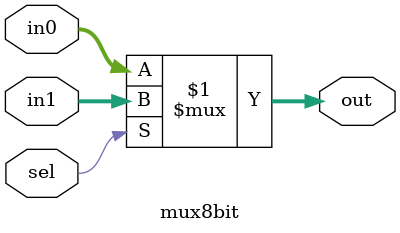
<source format=v>
module mux8bit (
    input [7:0] in0,
    input [7:0] in1,
    input       sel,

    output [7:0] out 
);
    
    assign out = (sel ? in1 : in0);

endmodule
</source>
